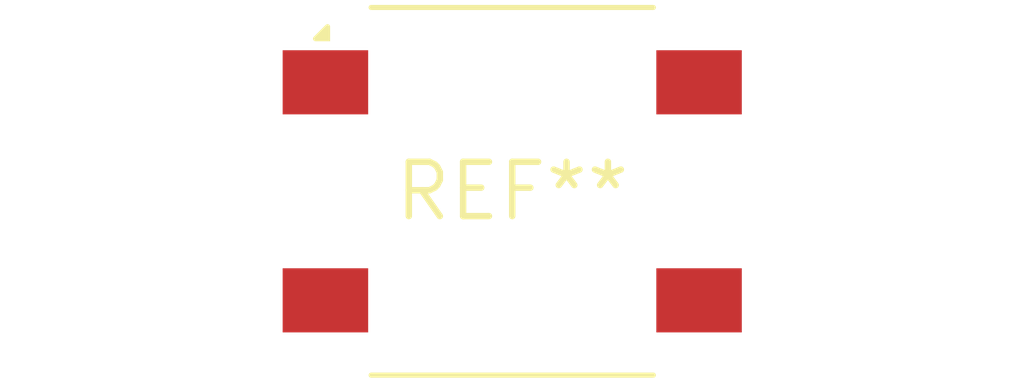
<source format=kicad_pcb>
(kicad_pcb (version 20240108) (generator pcbnew)
  (layers (0 "F.Cu" signal) (31 "B.Cu" signal) (34 "B.Paste" user) (35 "F.Paste" user) (36 "B.SilkS" user "B.Silkscreen") (37 "F.SilkS" user "F.Silkscreen") (38 "B.Mask" user) (39 "F.Mask" user) (44 "Edge.Cuts" user))
  (net 0 "")
  (footprint "Diode_Bridge_Vishay_DFS" (layer "F.Cu") (at 0 0)
    (property "Reference" "REF**")
    (property "Value" "Diode_Bridge_Vishay_DFS")
    (fp_line (start -3.3 -4.3) (end 3.3 -4.3) (layer "F.SilkS") (stroke (width 0.12)))
    (fp_line (start -3.3 4.3) (end 3.3 4.3) (layer "F.SilkS") (stroke (width 0.12)))
    (fp_poly (pts (xy -4.32 -3.57) (xy -4.6 -3.57) (xy -4.32 -3.85) (xy -4.32 -3.57)) (layer "F.SilkS") (stroke (width 0.12)) (fill solid))
    (pad "1" smd rect (at -4.37 -2.55) (size 2 1.5) (layers "F.Cu" "F.Paste" "F.Mask"))
    (pad "2" smd rect (at -4.37 2.55) (size 2 1.5) (layers "F.Cu" "F.Paste" "F.Mask"))
    (pad "3" smd rect (at 4.37 2.55) (size 2 1.5) (layers "F.Cu" "F.Paste" "F.Mask"))
    (pad "4" smd rect (at 4.37 -2.55) (size 2 1.5) (layers "F.Cu" "F.Paste" "F.Mask"))
  )
)
</source>
